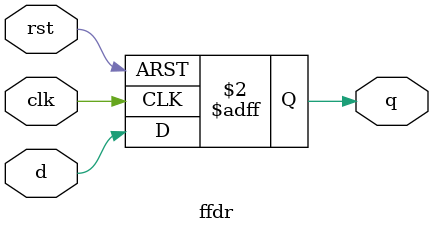
<source format=v>
module ffdr (q, d, clk, rst);
    output q;
    input d, clk, rst;
    reg q;

    always @(negedge clk, posedge rst) 
      if(rst)
        q <= 1'b0;
      else q <= d;
        
endmodule

</source>
